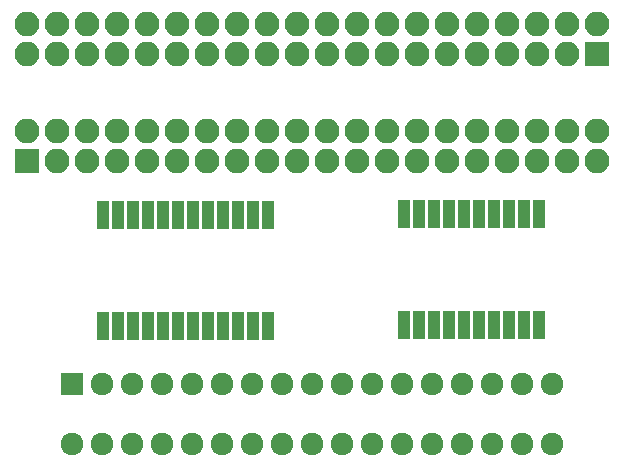
<source format=gbs>
G04 #@! TF.FileFunction,Soldermask,Bot*
%FSLAX46Y46*%
G04 Gerber Fmt 4.6, Leading zero omitted, Abs format (unit mm)*
G04 Created by KiCad (PCBNEW 4.0.7) date 06/27/18 04:04:30*
%MOMM*%
%LPD*%
G01*
G04 APERTURE LIST*
%ADD10C,0.100000*%
%ADD11R,1.924000X1.924000*%
%ADD12C,1.924000*%
%ADD13R,2.100000X2.100000*%
%ADD14O,2.100000X2.100000*%
%ADD15R,1.000000X2.350000*%
%ADD16R,1.000000X2.400000*%
G04 APERTURE END LIST*
D10*
D11*
X133350000Y-111760000D03*
D12*
X133350000Y-116840000D03*
X135890000Y-111760000D03*
X135890000Y-116840000D03*
X138430000Y-111760000D03*
X138430000Y-116840000D03*
X140970000Y-111760000D03*
X140970000Y-116840000D03*
X143510000Y-111760000D03*
X143510000Y-116840000D03*
X146050000Y-111760000D03*
X146050000Y-116840000D03*
X148590000Y-111760000D03*
X148590000Y-116840000D03*
X151130000Y-111760000D03*
X151130000Y-116840000D03*
X153670000Y-111760000D03*
X153670000Y-116840000D03*
X156210000Y-111760000D03*
X156210000Y-116840000D03*
X158750000Y-111760000D03*
X158750000Y-116840000D03*
X161290000Y-111760000D03*
X161290000Y-116840000D03*
X163830000Y-111760000D03*
X163830000Y-116840000D03*
X166370000Y-111760000D03*
X166370000Y-116840000D03*
X168910000Y-111760000D03*
X168910000Y-116840000D03*
X171450000Y-111760000D03*
X171450000Y-116840000D03*
X173990000Y-111760000D03*
X173990000Y-116840000D03*
D13*
X177800000Y-83820000D03*
D14*
X177800000Y-81280000D03*
X175260000Y-83820000D03*
X175260000Y-81280000D03*
X172720000Y-83820000D03*
X172720000Y-81280000D03*
X170180000Y-83820000D03*
X170180000Y-81280000D03*
X167640000Y-83820000D03*
X167640000Y-81280000D03*
X165100000Y-83820000D03*
X165100000Y-81280000D03*
X162560000Y-83820000D03*
X162560000Y-81280000D03*
X160020000Y-83820000D03*
X160020000Y-81280000D03*
X157480000Y-83820000D03*
X157480000Y-81280000D03*
X154940000Y-83820000D03*
X154940000Y-81280000D03*
X152400000Y-83820000D03*
X152400000Y-81280000D03*
X149860000Y-83820000D03*
X149860000Y-81280000D03*
X147320000Y-83820000D03*
X147320000Y-81280000D03*
X144780000Y-83820000D03*
X144780000Y-81280000D03*
X142240000Y-83820000D03*
X142240000Y-81280000D03*
X139700000Y-83820000D03*
X139700000Y-81280000D03*
X137160000Y-83820000D03*
X137160000Y-81280000D03*
X134620000Y-83820000D03*
X134620000Y-81280000D03*
X132080000Y-83820000D03*
X132080000Y-81280000D03*
X129540000Y-83820000D03*
X129540000Y-81280000D03*
D13*
X129540000Y-92913200D03*
D14*
X129540000Y-90373200D03*
X132080000Y-92913200D03*
X132080000Y-90373200D03*
X134620000Y-92913200D03*
X134620000Y-90373200D03*
X137160000Y-92913200D03*
X137160000Y-90373200D03*
X139700000Y-92913200D03*
X139700000Y-90373200D03*
X142240000Y-92913200D03*
X142240000Y-90373200D03*
X144780000Y-92913200D03*
X144780000Y-90373200D03*
X147320000Y-92913200D03*
X147320000Y-90373200D03*
X149860000Y-92913200D03*
X149860000Y-90373200D03*
X152400000Y-92913200D03*
X152400000Y-90373200D03*
X154940000Y-92913200D03*
X154940000Y-90373200D03*
X157480000Y-92913200D03*
X157480000Y-90373200D03*
X160020000Y-92913200D03*
X160020000Y-90373200D03*
X162560000Y-92913200D03*
X162560000Y-90373200D03*
X165100000Y-92913200D03*
X165100000Y-90373200D03*
X167640000Y-92913200D03*
X167640000Y-90373200D03*
X170180000Y-92913200D03*
X170180000Y-90373200D03*
X172720000Y-92913200D03*
X172720000Y-90373200D03*
X175260000Y-92913200D03*
X175260000Y-90373200D03*
X177800000Y-92913200D03*
X177800000Y-90373200D03*
D15*
X172847000Y-106808000D03*
X171577000Y-106808000D03*
X170307000Y-106808000D03*
X169037000Y-106808000D03*
X167767000Y-106808000D03*
X166497000Y-106808000D03*
X165227000Y-106808000D03*
X163957000Y-106808000D03*
X162687000Y-106808000D03*
X161417000Y-106808000D03*
X161417000Y-97408000D03*
X162687000Y-97408000D03*
X163957000Y-97408000D03*
X165227000Y-97408000D03*
X166497000Y-97408000D03*
X167767000Y-97408000D03*
X169037000Y-97408000D03*
X170307000Y-97408000D03*
X171577000Y-97408000D03*
X172847000Y-97408000D03*
D16*
X149936000Y-106859000D03*
X148666000Y-106859000D03*
X147396000Y-106859000D03*
X146126000Y-106859000D03*
X144856000Y-106859000D03*
X143586000Y-106859000D03*
X142316000Y-106859000D03*
X141046000Y-106859000D03*
X139776000Y-106859000D03*
X138506000Y-106859000D03*
X137236000Y-106859000D03*
X135966000Y-106859000D03*
X135966000Y-97459000D03*
X137236000Y-97459000D03*
X138506000Y-97459000D03*
X139776000Y-97459000D03*
X141046000Y-97459000D03*
X142316000Y-97459000D03*
X143586000Y-97459000D03*
X144856000Y-97459000D03*
X146126000Y-97459000D03*
X147396000Y-97459000D03*
X148666000Y-97459000D03*
X149936000Y-97459000D03*
M02*

</source>
